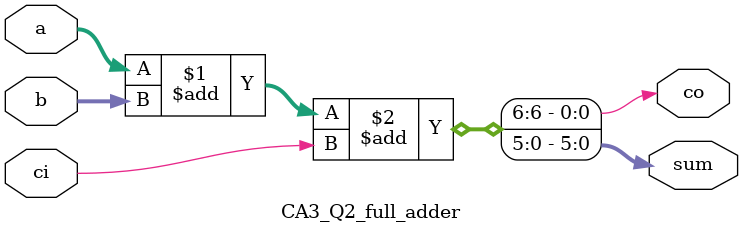
<source format=sv>
`timescale 1ns/1ns


module CA3_Q2_full_adder #(parameter n=6) (input [n-1:0] a, b, input ci, output [n-1:0] sum, output co);
	
	assign #(51*(n),51*(n)) {co,sum} = a + b + ci;



endmodule
</source>
